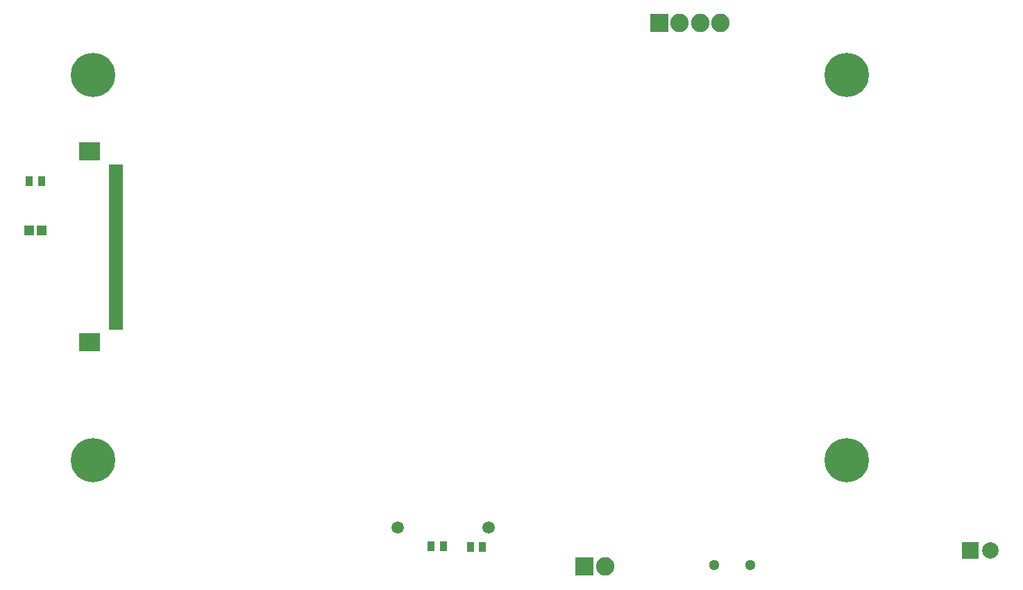
<source format=gbr>
G04 #@! TF.FileFunction,Soldermask,Bot*
%FSLAX46Y46*%
G04 Gerber Fmt 4.6, Leading zero omitted, Abs format (unit mm)*
G04 Created by KiCad (PCBNEW 4.0.7) date 08/21/19 21:36:26*
%MOMM*%
%LPD*%
G01*
G04 APERTURE LIST*
%ADD10C,0.100000*%
%ADD11R,0.900000X1.300000*%
%ADD12R,2.000000X2.000000*%
%ADD13C,2.000000*%
%ADD14R,1.200000X1.150000*%
%ADD15R,2.600000X2.200000*%
%ADD16R,1.700000X0.700000*%
%ADD17R,2.250000X2.250000*%
%ADD18C,2.250000*%
%ADD19C,1.500000*%
%ADD20C,5.400000*%
%ADD21C,1.300000*%
G04 APERTURE END LIST*
D10*
D11*
X129250000Y-131500000D03*
X130750000Y-131500000D03*
D12*
X195000000Y-132000000D03*
D13*
X197500000Y-132000000D03*
D11*
X135550000Y-131600000D03*
X134050000Y-131600000D03*
X81750000Y-87000000D03*
X80250000Y-87000000D03*
D14*
X80250000Y-93000000D03*
X81750000Y-93000000D03*
D15*
X87600000Y-83350000D03*
X87600000Y-106650000D03*
D16*
X90850000Y-104750000D03*
X90850000Y-104250000D03*
X90850000Y-103750000D03*
X90850000Y-103250000D03*
X90850000Y-102750000D03*
X90850000Y-102250000D03*
X90850000Y-101750000D03*
X90850000Y-101250000D03*
X90850000Y-100750000D03*
X90850000Y-100250000D03*
X90850000Y-99750000D03*
X90850000Y-99250000D03*
X90850000Y-98750000D03*
X90850000Y-98250000D03*
X90850000Y-97750000D03*
X90850000Y-97250000D03*
X90850000Y-96750000D03*
X90850000Y-96250000D03*
X90850000Y-95750000D03*
X90850000Y-95250000D03*
X90850000Y-94750000D03*
X90850000Y-94250000D03*
X90850000Y-93750000D03*
X90850000Y-93250000D03*
X90850000Y-92750000D03*
X90850000Y-92250000D03*
X90850000Y-91750000D03*
X90850000Y-91250000D03*
X90850000Y-90750000D03*
X90850000Y-90250000D03*
X90850000Y-89750000D03*
X90850000Y-89250000D03*
X90850000Y-88750000D03*
X90850000Y-88250000D03*
X90850000Y-87750000D03*
X90850000Y-87250000D03*
X90850000Y-86750000D03*
X90850000Y-86250000D03*
X90850000Y-85750000D03*
X90850000Y-85250000D03*
D17*
X157100000Y-67700000D03*
D18*
X159600000Y-67700000D03*
X162100000Y-67700000D03*
X164600000Y-67700000D03*
D19*
X136262000Y-129200000D03*
X125200000Y-129200000D03*
D17*
X148000000Y-134000000D03*
D18*
X150500000Y-134000000D03*
D20*
X88000000Y-74000000D03*
X180000000Y-74000000D03*
X88000000Y-121000000D03*
X180000000Y-121000000D03*
D21*
X163800000Y-133800000D03*
X168200000Y-133800000D03*
M02*

</source>
